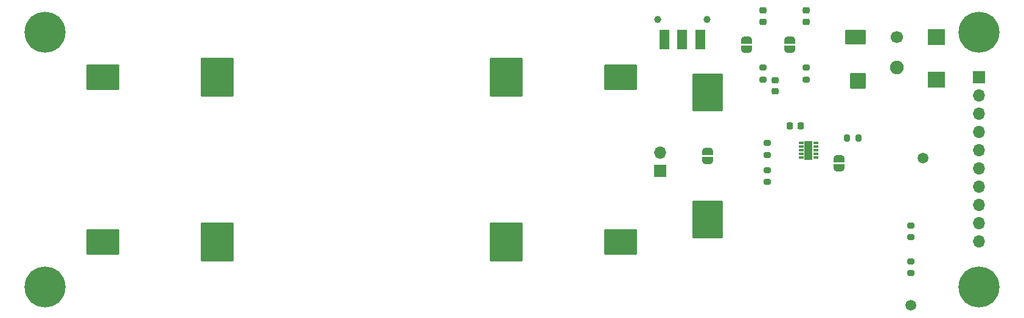
<source format=gbr>
%TF.GenerationSoftware,KiCad,Pcbnew,8.0.5*%
%TF.CreationDate,2024-11-15T16:00:42-08:00*%
%TF.ProjectId,newbatt,6e657762-6174-4742-9e6b-696361645f70,3*%
%TF.SameCoordinates,Original*%
%TF.FileFunction,Soldermask,Top*%
%TF.FilePolarity,Negative*%
%FSLAX46Y46*%
G04 Gerber Fmt 4.6, Leading zero omitted, Abs format (unit mm)*
G04 Created by KiCad (PCBNEW 8.0.5) date 2024-11-15 16:00:42*
%MOMM*%
%LPD*%
G01*
G04 APERTURE LIST*
G04 Aperture macros list*
%AMRoundRect*
0 Rectangle with rounded corners*
0 $1 Rounding radius*
0 $2 $3 $4 $5 $6 $7 $8 $9 X,Y pos of 4 corners*
0 Add a 4 corners polygon primitive as box body*
4,1,4,$2,$3,$4,$5,$6,$7,$8,$9,$2,$3,0*
0 Add four circle primitives for the rounded corners*
1,1,$1+$1,$2,$3*
1,1,$1+$1,$4,$5*
1,1,$1+$1,$6,$7*
1,1,$1+$1,$8,$9*
0 Add four rect primitives between the rounded corners*
20,1,$1+$1,$2,$3,$4,$5,0*
20,1,$1+$1,$4,$5,$6,$7,0*
20,1,$1+$1,$6,$7,$8,$9,0*
20,1,$1+$1,$8,$9,$2,$3,0*%
%AMFreePoly0*
4,1,19,0.500000,-0.750000,0.000000,-0.750000,0.000000,-0.744911,-0.071157,-0.744911,-0.207708,-0.704816,-0.327430,-0.627875,-0.420627,-0.520320,-0.479746,-0.390866,-0.500000,-0.250000,-0.500000,0.250000,-0.479746,0.390866,-0.420627,0.520320,-0.327430,0.627875,-0.207708,0.704816,-0.071157,0.744911,0.000000,0.744911,0.000000,0.750000,0.500000,0.750000,0.500000,-0.750000,0.500000,-0.750000,
$1*%
%AMFreePoly1*
4,1,19,0.000000,0.744911,0.071157,0.744911,0.207708,0.704816,0.327430,0.627875,0.420627,0.520320,0.479746,0.390866,0.500000,0.250000,0.500000,-0.250000,0.479746,-0.390866,0.420627,-0.520320,0.327430,-0.627875,0.207708,-0.704816,0.071157,-0.744911,0.000000,-0.744911,0.000000,-0.750000,-0.500000,-0.750000,-0.500000,0.750000,0.000000,0.750000,0.000000,0.744911,0.000000,0.744911,
$1*%
G04 Aperture macros list end*
%ADD10C,0.000000*%
%ADD11C,1.900000*%
%ADD12C,1.700000*%
%ADD13RoundRect,0.102000X1.100000X-1.000000X1.100000X1.000000X-1.100000X1.000000X-1.100000X-1.000000X0*%
%ADD14RoundRect,0.102000X1.300000X-0.950000X1.300000X0.950000X-1.300000X0.950000X-1.300000X-0.950000X0*%
%ADD15RoundRect,0.102000X1.000000X-1.000000X1.000000X1.000000X-1.000000X1.000000X-1.000000X-1.000000X0*%
%ADD16RoundRect,0.200000X-0.200000X-0.275000X0.200000X-0.275000X0.200000X0.275000X-0.200000X0.275000X0*%
%ADD17C,1.500000*%
%ADD18FreePoly0,90.000000*%
%ADD19FreePoly1,90.000000*%
%ADD20RoundRect,0.102000X2.000000X-2.500000X2.000000X2.500000X-2.000000X2.500000X-2.000000X-2.500000X0*%
%ADD21C,3.600000*%
%ADD22C,5.700000*%
%ADD23RoundRect,0.102000X0.600000X1.250000X-0.600000X1.250000X-0.600000X-1.250000X0.600000X-1.250000X0*%
%ADD24C,1.000000*%
%ADD25RoundRect,0.200000X0.275000X-0.200000X0.275000X0.200000X-0.275000X0.200000X-0.275000X-0.200000X0*%
%ADD26RoundRect,0.102000X2.150000X1.650000X-2.150000X1.650000X-2.150000X-1.650000X2.150000X-1.650000X0*%
%ADD27RoundRect,0.102000X2.150000X2.600000X-2.150000X2.600000X-2.150000X-2.600000X2.150000X-2.600000X0*%
%ADD28RoundRect,0.225000X-0.250000X0.225000X-0.250000X-0.225000X0.250000X-0.225000X0.250000X0.225000X0*%
%ADD29RoundRect,0.225000X0.225000X0.250000X-0.225000X0.250000X-0.225000X-0.250000X0.225000X-0.250000X0*%
%ADD30RoundRect,0.200000X-0.275000X0.200000X-0.275000X-0.200000X0.275000X-0.200000X0.275000X0.200000X0*%
%ADD31R,1.700000X1.700000*%
%ADD32O,1.700000X1.700000*%
%ADD33RoundRect,0.218750X-0.256250X0.218750X-0.256250X-0.218750X0.256250X-0.218750X0.256250X0.218750X0*%
%ADD34R,0.660400X0.304800*%
%ADD35C,0.508000*%
%ADD36R,0.939800X2.514600*%
G04 APERTURE END LIST*
D10*
%TO.C,U1*%
G36*
X125550000Y-37533400D02*
G01*
X125216600Y-37533400D01*
X125216600Y-34891800D01*
X125550000Y-34891800D01*
X125550000Y-37533400D01*
G37*
G36*
X126283400Y-35225200D02*
G01*
X125216600Y-35225200D01*
X125216600Y-34891800D01*
X126283400Y-34891800D01*
X126283400Y-35225200D01*
G37*
G36*
X126283400Y-36012600D02*
G01*
X125216600Y-36012600D01*
X125216600Y-35625200D01*
X126283400Y-35625200D01*
X126283400Y-36012600D01*
G37*
G36*
X126283400Y-36800000D02*
G01*
X125216600Y-36800000D01*
X125216600Y-36412600D01*
X126283400Y-36412600D01*
X126283400Y-36800000D01*
G37*
G36*
X126283400Y-37533400D02*
G01*
X125216600Y-37533400D01*
X125216600Y-37200000D01*
X126283400Y-37200000D01*
X126283400Y-37533400D01*
G37*
G36*
X126283400Y-37533400D02*
G01*
X125950000Y-37533400D01*
X125950000Y-34891800D01*
X126283400Y-34891800D01*
X126283400Y-37533400D01*
G37*
%TD*%
D11*
%TO.C,J1*%
X138050000Y-24700000D03*
D12*
X138050000Y-20400000D03*
D13*
X143600000Y-26400000D03*
X143600000Y-20400000D03*
D14*
X132300000Y-20400000D03*
D15*
X132600000Y-26500000D03*
%TD*%
D16*
%TO.C,R15*%
X131075000Y-34500000D03*
X132725000Y-34500000D03*
%TD*%
D17*
%TO.C,TP2*%
X140000000Y-57750000D03*
%TD*%
D18*
%TO.C,JP8*%
X111750000Y-37650000D03*
D19*
X111750000Y-36350000D03*
%TD*%
D20*
%TO.C,F1*%
X111750000Y-45850000D03*
X111750000Y-28150000D03*
%TD*%
D21*
%TO.C,H4*%
X149500000Y-55250000D03*
D22*
X149500000Y-55250000D03*
%TD*%
D21*
%TO.C,H1*%
X19500000Y-19750000D03*
D22*
X19500000Y-19750000D03*
%TD*%
D23*
%TO.C,S1*%
X105700000Y-20750000D03*
X108200000Y-20750000D03*
X110700000Y-20750000D03*
D24*
X104800000Y-18000000D03*
X111600000Y-18000000D03*
%TD*%
D25*
%TO.C,R2*%
X125400000Y-26325000D03*
X125400000Y-24675000D03*
%TD*%
D26*
%TO.C,BT2*%
X99635000Y-26000000D03*
D27*
X83685000Y-26000000D03*
X43485000Y-26000000D03*
D26*
X27535000Y-26000000D03*
%TD*%
%TO.C,BT1*%
X99635000Y-49000000D03*
D27*
X83685000Y-49000000D03*
X43485000Y-49000000D03*
D26*
X27535000Y-49000000D03*
%TD*%
D18*
%TO.C,JP1*%
X130000000Y-38650000D03*
D19*
X130000000Y-37350000D03*
%TD*%
D21*
%TO.C,H3*%
X149500000Y-19750000D03*
D22*
X149500000Y-19750000D03*
%TD*%
D28*
%TO.C,C2*%
X121100000Y-26425000D03*
X121100000Y-27975000D03*
%TD*%
D29*
%TO.C,C1*%
X124700000Y-32800000D03*
X123150000Y-32800000D03*
%TD*%
D30*
%TO.C,R1*%
X120000000Y-35175000D03*
X120000000Y-36825000D03*
%TD*%
D31*
%TO.C,J2*%
X149500000Y-26070000D03*
D32*
X149500000Y-28610000D03*
X149500000Y-31150000D03*
X149500000Y-33690000D03*
X149500000Y-36230000D03*
X149500000Y-38770000D03*
X149500000Y-41310000D03*
X149500000Y-43850000D03*
X149500000Y-46390000D03*
X149500000Y-48930000D03*
%TD*%
D18*
%TO.C,JP3*%
X117150000Y-22150000D03*
D19*
X117150000Y-20850000D03*
%TD*%
D17*
%TO.C,TP1*%
X141700000Y-37300000D03*
%TD*%
D33*
%TO.C,D2*%
X119400000Y-16712500D03*
X119400000Y-18287500D03*
%TD*%
D30*
%TO.C,RT1*%
X120000000Y-38975000D03*
X120000000Y-40625000D03*
%TD*%
D34*
%TO.C,U1*%
X124721300Y-35212599D03*
X124721300Y-35712601D03*
X124721300Y-36212600D03*
X124721300Y-36712599D03*
X124721300Y-37212601D03*
X126778700Y-37212601D03*
X126778700Y-36712599D03*
X126778700Y-36212600D03*
X126778700Y-35712601D03*
X126778700Y-35212599D03*
D35*
X125750000Y-35425200D03*
X125750000Y-36212600D03*
D36*
X125750000Y-36212600D03*
D35*
X125750000Y-37000000D03*
%TD*%
D25*
%TO.C,R3*%
X119400000Y-26325000D03*
X119400000Y-24675000D03*
%TD*%
D18*
%TO.C,JP2*%
X123150000Y-22150000D03*
D19*
X123150000Y-20850000D03*
%TD*%
D33*
%TO.C,D1*%
X125400000Y-16712500D03*
X125400000Y-18287500D03*
%TD*%
D32*
%TO.C,TH1*%
X105100000Y-36535000D03*
D31*
X105100000Y-39075000D03*
%TD*%
D30*
%TO.C,R4*%
X140000000Y-46675000D03*
X140000000Y-48325000D03*
%TD*%
%TO.C,R5*%
X140000000Y-51675000D03*
X140000000Y-53325000D03*
%TD*%
D21*
%TO.C,H2*%
X19500000Y-55250000D03*
D22*
X19500000Y-55250000D03*
%TD*%
M02*

</source>
